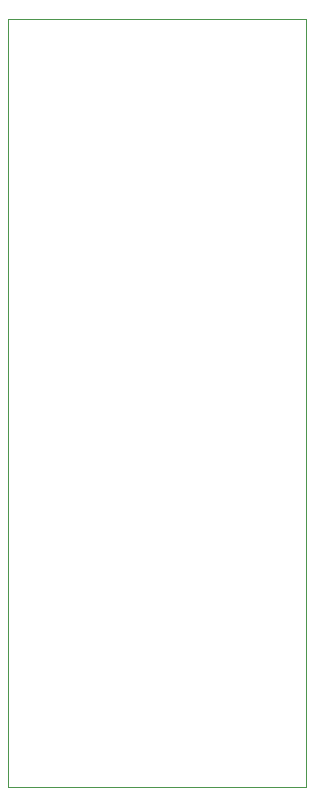
<source format=gbo>
G04 #@! TF.GenerationSoftware,KiCad,Pcbnew,8.0.6*
G04 #@! TF.CreationDate,2025-12-26T07:29:08-05:00*
G04 #@! TF.ProjectId,heaterboard_1,68656174-6572-4626-9f61-72645f312e6b,3.0*
G04 #@! TF.SameCoordinates,Original*
G04 #@! TF.FileFunction,Legend,Bot*
G04 #@! TF.FilePolarity,Positive*
%FSLAX46Y46*%
G04 Gerber Fmt 4.6, Leading zero omitted, Abs format (unit mm)*
G04 Created by KiCad (PCBNEW 8.0.6) date 2025-12-26 07:29:08*
%MOMM*%
%LPD*%
G01*
G04 APERTURE LIST*
G04 Aperture macros list*
%AMRoundRect*
0 Rectangle with rounded corners*
0 $1 Rounding radius*
0 $2 $3 $4 $5 $6 $7 $8 $9 X,Y pos of 4 corners*
0 Add a 4 corners polygon primitive as box body*
4,1,4,$2,$3,$4,$5,$6,$7,$8,$9,$2,$3,0*
0 Add four circle primitives for the rounded corners*
1,1,$1+$1,$2,$3*
1,1,$1+$1,$4,$5*
1,1,$1+$1,$6,$7*
1,1,$1+$1,$8,$9*
0 Add four rect primitives between the rounded corners*
20,1,$1+$1,$2,$3,$4,$5,0*
20,1,$1+$1,$4,$5,$6,$7,0*
20,1,$1+$1,$6,$7,$8,$9,0*
20,1,$1+$1,$8,$9,$2,$3,0*%
G04 Aperture macros list end*
%ADD10C,3.000000*%
%ADD11R,2.100000X2.100000*%
%ADD12C,2.100000*%
%ADD13RoundRect,0.250000X-0.600000X0.600000X-0.600000X-0.600000X0.600000X-0.600000X0.600000X0.600000X0*%
%ADD14C,1.700000*%
%ADD15C,0.800000*%
%ADD16C,7.000000*%
G04 #@! TA.AperFunction,Profile*
%ADD17C,0.100000*%
G04 #@! TD*
G04 APERTURE END LIST*
%LPC*%
D10*
X143050000Y-124329714D03*
X151050000Y-146129714D03*
D11*
X151250000Y-98250000D03*
D12*
X148710000Y-98250000D03*
X146170000Y-98250000D03*
X143630000Y-98250000D03*
X141090000Y-98250000D03*
X138550000Y-98250000D03*
D10*
X143050000Y-117329714D03*
D13*
X151250000Y-107125000D03*
D14*
X151250000Y-109665000D03*
X148710000Y-107125000D03*
X148710000Y-109665000D03*
X146170000Y-107125000D03*
X146170000Y-109665000D03*
X143630000Y-107125000D03*
X143630000Y-109665000D03*
X141090000Y-107125000D03*
X141090000Y-109665000D03*
D10*
X143050000Y-135329714D03*
X136450000Y-88729714D03*
D11*
X153000000Y-138000000D03*
D12*
X153000000Y-135460000D03*
X153000000Y-132920000D03*
D11*
X153000000Y-120000000D03*
D12*
X153000000Y-117460000D03*
D15*
X141375000Y-146000000D03*
X142143845Y-144143845D03*
X142143845Y-147856155D03*
X144000000Y-143375000D03*
D16*
X144000000Y-146000000D03*
D15*
X144000000Y-148625000D03*
X145856155Y-144143845D03*
X145856155Y-147856155D03*
X146625000Y-146000000D03*
X141375000Y-89000000D03*
X142143845Y-87143845D03*
X142143845Y-90856155D03*
X144000000Y-86375000D03*
D16*
X144000000Y-89000000D03*
D15*
X144000000Y-91625000D03*
X145856155Y-87143845D03*
X145856155Y-90856155D03*
X146625000Y-89000000D03*
D11*
X153000000Y-127000000D03*
D12*
X153000000Y-124460000D03*
%LPD*%
D17*
X132800000Y-150000000D02*
X158000000Y-150000000D01*
X158000000Y-85000000D02*
X132800000Y-85000000D01*
X132800000Y-85000000D02*
X132800000Y-150000000D01*
X158000000Y-150000000D02*
X158000000Y-85000000D01*
M02*

</source>
